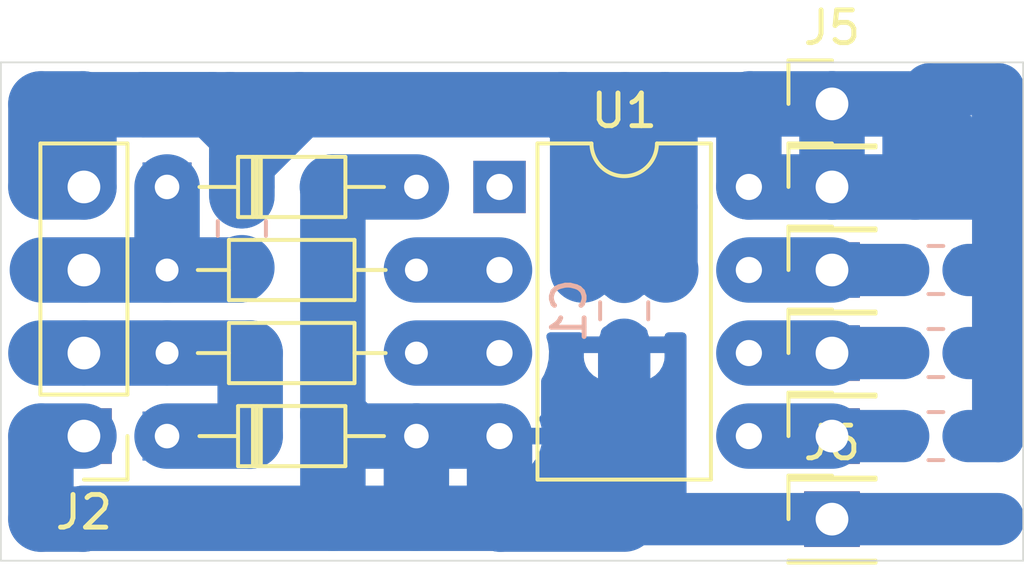
<source format=kicad_pcb>
(kicad_pcb (version 20211014) (generator pcbnew)
  (layers (0 "F.Cu" signal) (31 "B.Cu" signal) (34 "B.Paste" user) (35 "F.Paste" user) (36 "B.SilkS" user "B.Silkscreen") (37 "F.SilkS" user "F.Silkscreen") (38 "B.Mask" user) (39 "F.Mask" user) (44 "Edge.Cuts" user))
  (net 0 "")
  (net 1 "/USB_M")
  (net 2 "/PB3")
  (net 3 "/PB4")
  (net 4 "/PB0")
  (net 5 "/GND")
  (net 6 "/USB_P")
  (net 7 "/VCC")
  (net 8 "/PB2")
  (net 9 "/PB1")
  (net 10 "/PB5")
  (footprint "Resistor_THT:R_Axial_DIN0204_L3.6mm_D1.6mm_P7.62mm_Horizontal" (layer "F.Cu") (at 93.65 98.73 180)
    (fp_text reference "R1" hide)
    (fp_text value "68" hide)
    (fp_line (start 1.89 -0.92) (end 1.89 0.92) (layer "F.SilkS") (width 0.12))
    (fp_line (start 0.94 0) (end 1.89 0) (layer "F.SilkS") (width 0.12))
    (fp_line (start 5.73 -0.92) (end 1.89 -0.92) (layer "F.SilkS") (width 0.12))
    (fp_line (start 6.68 0) (end 5.73 0) (layer "F.SilkS") (width 0.12))
    (fp_line (start 5.73 0.92) (end 5.73 -0.92) (layer "F.SilkS") (width 0.12))
    (fp_line (start 1.89 0.92) (end 5.73 0.92) (layer "F.SilkS") (width 0.12))
    (pad "1" thru_hole circle locked (at 0 0 180) (size 1.4 1.4) (drill 0.7) (layers *.Cu *.Mask) (net 2 "/PB3"))
    (pad "2" thru_hole oval locked (at 7.62 0 180) (size 1.4 1.4) (drill 0.7) (layers *.Cu *.Mask) (net 1 "/USB_M"))
  )
  (footprint "Resistor_THT:R_Axial_DIN0204_L3.6mm_D1.6mm_P7.62mm_Horizontal" (layer "F.Cu") (at 93.65 101.27 180)
    (fp_text reference "R2" hide)
    (fp_text value "68" hide)
    (fp_line (start 1.89 -0.92) (end 1.89 0.92) (layer "F.SilkS") (width 0.12))
    (fp_line (start 6.68 0) (end 5.73 0) (layer "F.SilkS") (width 0.12))
    (fp_line (start 5.73 0.92) (end 5.73 -0.92) (layer "F.SilkS") (width 0.12))
    (fp_line (start 5.73 -0.92) (end 1.89 -0.92) (layer "F.SilkS") (width 0.12))
    (fp_line (start 1.89 0.92) (end 5.73 0.92) (layer "F.SilkS") (width 0.12))
    (fp_line (start 0.94 0) (end 1.89 0) (layer "F.SilkS") (width 0.12))
    (pad "1" thru_hole circle locked (at 0 0 180) (size 1.4 1.4) (drill 0.7) (layers *.Cu *.Mask) (net 3 "/PB4"))
    (pad "2" thru_hole oval locked (at 7.62 0 180) (size 1.4 1.4) (drill 0.7) (layers *.Cu *.Mask) (net 6 "/USB_P"))
  )
  (footprint "Diode_THT:D_DO-34_SOD68_P7.62mm_Horizontal" (layer "F.Cu") (at 86.03 96.19)
    (fp_text reference "D1" hide)
    (fp_text value "3.6V" hide)
    (fp_line (start 2.17 -0.92) (end 2.17 0.92) (layer "F.SilkS") (width 0.12))
    (fp_line (start 6.63 0) (end 5.45 0) (layer "F.SilkS") (width 0.12))
    (fp_line (start 5.45 -0.92) (end 2.17 -0.92) (layer "F.SilkS") (width 0.12))
    (fp_line (start 0.99 0) (end 2.17 0) (layer "F.SilkS") (width 0.12))
    (fp_line (start 2.17 0.92) (end 5.45 0.92) (layer "F.SilkS") (width 0.12))
    (fp_line (start 2.866 -0.92) (end 2.866 0.92) (layer "F.SilkS") (width 0.12))
    (fp_line (start 2.626 -0.92) (end 2.626 0.92) (layer "F.SilkS") (width 0.12))
    (fp_line (start 2.746 -0.92) (end 2.746 0.92) (layer "F.SilkS") (width 0.12))
    (fp_line (start 5.45 0.92) (end 5.45 -0.92) (layer "F.SilkS") (width 0.12))
    (pad "1" thru_hole rect locked (at 0 0) (size 1.5 1.5) (drill 0.75) (layers *.Cu *.Mask) (net 1 "/USB_M"))
    (pad "2" thru_hole oval locked (at 7.62 0) (size 1.5 1.5) (drill 0.75) (layers *.Cu *.Mask) (net 5 "/GND"))
  )
  (footprint "Diode_THT:D_DO-34_SOD68_P7.62mm_Horizontal" (layer "F.Cu") (at 86.03 103.81)
    (fp_text reference "D2" hide)
    (fp_text value "3.6V" hide)
    (fp_line (start 5.45 -0.92) (end 2.17 -0.92) (layer "F.SilkS") (width 0.12))
    (fp_line (start 2.626 -0.92) (end 2.626 0.92) (layer "F.SilkS") (width 0.12))
    (fp_line (start 2.866 -0.92) (end 2.866 0.92) (layer "F.SilkS") (width 0.12))
    (fp_line (start 5.45 0.92) (end 5.45 -0.92) (layer "F.SilkS") (width 0.12))
    (fp_line (start 2.746 -0.92) (end 2.746 0.92) (layer "F.SilkS") (width 0.12))
    (fp_line (start 0.99 0) (end 2.17 0) (layer "F.SilkS") (width 0.12))
    (fp_line (start 2.17 0.92) (end 5.45 0.92) (layer "F.SilkS") (width 0.12))
    (fp_line (start 6.63 0) (end 5.45 0) (layer "F.SilkS") (width 0.12))
    (fp_line (start 2.17 -0.92) (end 2.17 0.92) (layer "F.SilkS") (width 0.12))
    (pad "1" thru_hole rect locked (at 0 0) (size 1.5 1.5) (drill 0.75) (layers *.Cu *.Mask) (net 6 "/USB_P"))
    (pad "2" thru_hole oval locked (at 7.62 0) (size 1.5 1.5) (drill 0.75) (layers *.Cu *.Mask) (net 5 "/GND"))
  )
  (footprint "Connector_PinHeader_2.54mm:PinHeader_1x04_P2.54mm_Vertical" (layer "F.Cu") (at 83.49 103.81 180)
    (fp_text reference "J2" (at 0 -2.33) (layer "F.SilkS"))
    (fp_text value "Conn_01x04_Male" hide)
    (fp_line (start 1.33 1.27) (end 1.33 8.95) (layer "F.SilkS") (width 0.12))
    (fp_line (start -1.33 1.27) (end -1.33 8.95) (layer "F.SilkS") (width 0.12))
    (fp_line (start -1.33 0) (end -1.33 -1.33) (layer "F.SilkS") (width 0.12))
    (fp_line (start -1.33 1.27) (end 1.33 1.27) (layer "F.SilkS") (width 0.12))
    (fp_line (start -1.33 8.95) (end 1.33 8.95) (layer "F.SilkS") (width 0.12))
    (fp_line (start -1.33 -1.33) (end 0 -1.33) (layer "F.SilkS") (width 0.12))
    (pad "1" thru_hole rect locked (at 0 0 180) (size 1.7 1.7) (drill 1) (layers *.Cu *.Mask) (net 5 "/GND"))
    (pad "2" thru_hole oval locked (at 0 2.54 180) (size 1.7 1.7) (drill 1) (layers *.Cu *.Mask) (net 6 "/USB_P"))
    (pad "3" thru_hole oval locked (at 0 5.08 180) (size 1.7 1.7) (drill 1) (layers *.Cu *.Mask) (net 1 "/USB_M"))
    (pad "4" thru_hole oval locked (at 0 7.62 180) (size 1.7 1.7) (drill 1) (layers *.Cu *.Mask) (net 7 "/VCC"))
  )
  (footprint "Connector_PinHeader_2.54mm:PinHeader_1x01_P2.54mm_Vertical" (layer "F.Cu") (at 106.35 96.19)
    (fp_text reference "J3" hide)
    (fp_text value "Conn_01x01_Male" hide)
    (fp_line (start -1.33 1.27) (end 1.33 1.27) (layer "F.SilkS") (width 0.12))
    (fp_line (start 1.33 1.27) (end 1.33 1.33) (layer "F.SilkS") (width 0.12))
    (fp_line (start -1.33 1.27) (end -1.33 1.33) (layer "F.SilkS") (width 0.12))
    (fp_line (start -1.33 0) (end -1.33 -1.33) (layer "F.SilkS") (width 0.12))
    (fp_line (start -1.33 1.33) (end 1.33 1.33) (layer "F.SilkS") (width 0.12))
    (fp_line (start -1.33 -1.33) (end 0 -1.33) (layer "F.SilkS") (width 0.12))
    (pad "1" thru_hole rect locked (at 0 0) (size 1.7 1.7) (drill 1) (layers *.Cu *.Mask) (net 7 "/VCC"))
  )
  (footprint "Connector_PinHeader_2.54mm:PinHeader_1x01_P2.54mm_Vertical" (layer "F.Cu") (at 106.35 93.65)
    (fp_text reference "J5" (at 0 -2.33) (layer "F.SilkS"))
    (fp_text value "Conn_01x01_Male" hide)
    (fp_line (start -1.33 -1.33) (end 0 -1.33) (layer "F.SilkS") (width 0.12))
    (fp_line (start -1.33 1.27) (end 1.33 1.27) (layer "F.SilkS") (width 0.12))
    (fp_line (start -1.33 1.27) (end -1.33 1.33) (layer "F.SilkS") (width 0.12))
    (fp_line (start 1.33 1.27) (end 1.33 1.33) (layer "F.SilkS") (width 0.12))
    (fp_line (start -1.33 0) (end -1.33 -1.33) (layer "F.SilkS") (width 0.12))
    (fp_line (start -1.33 1.33) (end 1.33 1.33) (layer "F.SilkS") (width 0.12))
    (pad "1" thru_hole rect locked (at 0 0) (size 1.7 1.7) (drill 1) (layers *.Cu *.Mask) (net 7 "/VCC"))
  )
  (footprint "Connector_PinHeader_2.54mm:PinHeader_1x01_P2.54mm_Vertical" (layer "F.Cu") (at 106.35 106.35)
    (fp_text reference "J6" (at 0 -2.33) (layer "F.SilkS"))
    (fp_text value "Conn_01x01_Male" hide)
    (fp_line (start -1.33 -1.33) (end 0 -1.33) (layer "F.SilkS") (width 0.12))
    (fp_line (start -1.33 1.33) (end 1.33 1.33) (layer "F.SilkS") (width 0.12))
    (fp_line (start 1.33 1.27) (end 1.33 1.33) (layer "F.SilkS") (width 0.12))
    (fp_line (start -1.33 1.27) (end 1.33 1.27) (layer "F.SilkS") (width 0.12))
    (fp_line (start -1.33 0) (end -1.33 -1.33) (layer "F.SilkS") (width 0.12))
    (fp_line (start -1.33 1.27) (end -1.33 1.33) (layer "F.SilkS") (width 0.12))
    (pad "1" thru_hole rect locked (at 0 0) (size 1.7 1.7) (drill 1) (layers *.Cu *.Mask) (net 5 "/GND"))
  )
  (footprint "Package_DIP:DIP-8_W7.62mm" (layer "F.Cu") (at 96.19 96.19)
    (fp_text reference "U1" (at 3.81 -2.33) (layer "F.SilkS"))
    (fp_text value "ATtiny85-20PU" hide)
    (fp_line (start 6.46 -1.33) (end 4.81 -1.33) (layer "F.SilkS") (width 0.12))
    (fp_line (start 6.46 8.95) (end 6.46 -1.33) (layer "F.SilkS") (width 0.12))
    (fp_line (start 2.81 -1.33) (end 1.16 -1.33) (layer "F.SilkS") (width 0.12))
    (fp_line (start 1.16 -1.33) (end 1.16 8.95) (layer "F.SilkS") (width 0.12))
    (fp_line (start 1.16 8.95) (end 6.46 8.95) (layer "F.SilkS") (width 0.12))
    (fp_arc (start 4.81 -1.33) (mid 3.81 -0.33) (end 2.81 -1.33) (layer "F.SilkS") (width 0.12))
    (pad "1" thru_hole rect locked (at 0 0) (size 1.6 1.6) (drill 0.8) (layers *.Cu *.Mask) (net 10 "/PB5"))
    (pad "2" thru_hole oval locked (at 0 2.54) (size 1.6 1.6) (drill 0.8) (layers *.Cu *.Mask) (net 2 "/PB3"))
    (pad "3" thru_hole oval locked (at 0 5.08) (size 1.6 1.6) (drill 0.8) (layers *.Cu *.Mask) (net 3 "/PB4"))
    (pad "4" thru_hole oval locked (at 0 7.62) (size 1.6 1.6) (drill 0.8) (layers *.Cu *.Mask) (net 5 "/GND"))
    (pad "5" thru_hole oval locked (at 7.62 7.62) (size 1.6 1.6) (drill 0.8) (layers *.Cu *.Mask) (net 4 "/PB0"))
    (pad "6" thru_hole oval locked (at 7.62 5.08) (size 1.6 1.6) (drill 0.8) (layers *.Cu *.Mask) (net 9 "/PB1"))
    (pad "7" thru_hole oval locked (at 7.62 2.54) (size 1.6 1.6) (drill 0.8) (layers *.Cu *.Mask) (net 8 "/PB2"))
    (pad "8" thru_hole oval locked (at 7.62 0) (size 1.6 1.6) (drill 0.8) (layers *.Cu *.Mask) (net 7 "/VCC"))
  )
  (footprint "Connector_PinHeader_2.54mm:PinHeader_1x01_P2.54mm_Vertical" (layer "F.Cu") (at 106.35 98.73)
    (fp_text reference "J7" hide)
    (fp_text value "Conn_01x01_Male" hide)
    (fp_line (start 1.33 1.27) (end 1.33 1.33) (layer "F.SilkS") (width 0.12))
    (fp_line (start -1.33 -1.33) (end 0 -1.33) (layer "F.SilkS") (width 0.12))
    (fp_line (start -1.33 1.27) (end 1.33 1.27) (layer "F.SilkS") (width 0.12))
    (fp_line (start -1.33 0) (end -1.33 -1.33) (layer "F.SilkS") (width 0.12))
    (fp_line (start -1.33 1.33) (end 1.33 1.33) (layer "F.SilkS") (width 0.12))
    (fp_line (start -1.33 1.27) (end -1.33 1.33) (layer "F.SilkS") (width 0.12))
    (pad "1" thru_hole rect (at 0 0) (size 1.7 1.7) (drill 1) (layers *.Cu *.Mask) (net 8 "/PB2"))
  )
  (footprint "Connector_PinHeader_2.54mm:PinHeader_1x01_P2.54mm_Vertical" (layer "F.Cu") (at 106.35 101.27)
    (fp_text reference "J4" hide)
    (fp_text value "Conn_01x01_Male" hide)
    (fp_line (start -1.33 -1.33) (end 0 -1.33) (layer "F.SilkS") (width 0.12))
    (fp_line (start 1.33 1.27) (end 1.33 1.33) (layer "F.SilkS") (width 0.12))
    (fp_line (start -1.33 1.27) (end 1.33 1.27) (layer "F.SilkS") (width 0.12))
    (fp_line (start -1.33 1.27) (end -1.33 1.33) (layer "F.SilkS") (width 0.12))
    (fp_line (start -1.33 1.33) (end 1.33 1.33) (layer "F.SilkS") (width 0.12))
    (fp_line (start -1.33 0) (end -1.33 -1.33) (layer "F.SilkS") (width 0.12))
    (pad "1" thru_hole rect (at 0 0) (size 1.7 1.7) (drill 1) (layers *.Cu *.Mask) (net 9 "/PB1"))
  )
  (footprint "Connector_PinHeader_2.54mm:PinHeader_1x01_P2.54mm_Vertical" (layer "F.Cu") (at 106.35 103.81)
    (fp_text reference "J1" hide)
    (fp_text value "Conn_01x01_Male" hide)
    (fp_line (start -1.33 -1.33) (end 0 -1.33) (layer "F.SilkS") (width 0.12))
    (fp_line (start -1.33 0) (end -1.33 -1.33) (layer "F.SilkS") (width 0.12))
    (fp_line (start -1.33 1.27) (end -1.33 1.33) (layer "F.SilkS") (width 0.12))
    (fp_line (start 1.33 1.27) (end 1.33 1.33) (layer "F.SilkS") (width 0.12))
    (fp_line (start -1.33 1.27) (end 1.33 1.27) (layer "F.SilkS") (width 0.12))
    (fp_line (start -1.33 1.33) (end 1.33 1.33) (layer "F.SilkS") (width 0.12))
    (pad "1" thru_hole rect (at 0 0) (size 1.7 1.7) (drill 1) (layers *.Cu *.Mask) (net 4 "/PB0"))
  )
  (footprint "Resistor_SMD:R_0805_2012Metric_Pad1.20x1.40mm_HandSolder" (layer "B.Cu") (at 88.316 97.46 -90)
    (fp_text reference "R3" hide)
    (fp_text value "2.2K" hide)
    (fp_line (start -0.227064 0.735) (end 0.227064 0.735) (layer "B.SilkS") (width 0.12))
    (fp_line (start -0.227064 -0.735) (end 0.227064 -0.735) (layer "B.SilkS") (width 0.12))
    (pad "1" smd roundrect locked (at -1 0 270) (size 1.2 1.4) (layers "B.Cu" "B.Paste" "B.Mask") (roundrect_rratio 0.2083333333) (net 7 "/VCC"))
    (pad "2" smd roundrect locked (at 1 0 270) (size 1.2 1.4) (layers "B.Cu" "B.Paste" "B.Mask") (roundrect_rratio 0.2083333333) (net 1 "/USB_M"))
  )
  (footprint "Capacitor_SMD:C_0805_2012Metric_Pad1.18x1.45mm_HandSolder" (layer "B.Cu") (at 100 99.9785 -90)
    (fp_text reference "C1" (at 0 1.68 90) (layer "B.SilkS") (effects (justify mirror)))
    (fp_text value "0.1")
    (fp_line (start -0.261252 0.735) (end 0.261252 0.735) (layer "B.SilkS") (width 0.12))
    (fp_line (start -0.261252 -0.735) (end 0.261252 -0.735) (layer "B.SilkS") (width 0.12))
    (pad "1" smd roundrect locked (at -1.0375 0 270) (size 1.175 1.45) (layers "B.Cu" "B.Paste" "B.Mask") (roundrect_rratio 0.2127659574) (net 7 "/VCC"))
    (pad "2" smd roundrect locked (at 1.0375 0 270) (size 1.175 1.45) (layers "B.Cu" "B.Paste" "B.Mask") (roundrect_rratio 0.2127659574) (net 5 "/GND"))
  )
  (footprint "Resistor_SMD:R_0805_2012Metric_Pad1.20x1.40mm_HandSolder" (layer "B.Cu") (at 109.525 101.27)
    (fp_text reference "R8" hide)
    (fp_text value "4.7K" hide)
    (fp_line (start -0.227064 -0.735) (end 0.227064 -0.735) (layer "B.SilkS") (width 0.12))
    (fp_line (start -0.227064 0.735) (end 0.227064 0.735) (layer "B.SilkS") (width 0.12))
    (pad "1" smd roundrect (at -1 0) (size 1.2 1.4) (layers "B.Cu" "B.Paste" "B.Mask") (roundrect_rratio 0.2083333333) (net 9 "/PB1"))
    (pad "2" smd roundrect (at 1 0) (size 1.2 1.4) (layers "B.Cu" "B.Paste" "B.Mask") (roundrect_rratio 0.2083333333) (net 7 "/VCC"))
  )
  (footprint "Resistor_SMD:R_0805_2012Metric_Pad1.20x1.40mm_HandSolder" (layer "B.Cu") (at 109.525 103.81)
    (fp_text reference "R7" hide)
    (fp_text value "4.7K" hide)
    (fp_line (start -0.227064 -0.735) (end 0.227064 -0.735) (layer "B.SilkS") (width 0.12))
    (fp_line (start -0.227064 0.735) (end 0.227064 0.735) (layer "B.SilkS") (width 0.12))
    (pad "1" smd roundrect (at -1 0) (size 1.2 1.4) (layers "B.Cu" "B.Paste" "B.Mask") (roundrect_rratio 0.2083333333) (net 4 "/PB0"))
    (pad "2" smd roundrect (at 1 0) (size 1.2 1.4) (layers "B.Cu" "B.Paste" "B.Mask") (roundrect_rratio 0.2083333333) (net 7 "/VCC"))
  )
  (footprint "Resistor_SMD:R_0805_2012Metric_Pad1.20x1.40mm_HandSolder" (layer "B.Cu") (at 109.525 98.73)
    (fp_text reference "R9" hide)
    (fp_text value "4.7K" hide)
    (fp_line (start -0.227064 0.735) (end 0.227064 0.735) (layer "B.SilkS") (width 0.12))
    (fp_line (start -0.227064 -0.735) (end 0.227064 -0.735) (layer "B.SilkS") (width 0.12))
    (pad "1" smd roundrect (at -1 0) (size 1.2 1.4) (layers "B.Cu" "B.Paste" "B.Mask") (roundrect_rratio 0.2083333333) (net 8 "/PB2"))
    (pad "2" smd roundrect (at 1 0) (size 1.2 1.4) (layers "B.Cu" "B.Paste" "B.Mask") (roundrect_rratio 0.2083333333) (net 7 "/VCC"))
  )
  (gr_line (start 80.95 92.38) (end 80.95 107.62) (layer "Edge.Cuts") (width 0.05))
  (gr_line (start 112.192 92.38) (end 112.192 107.62) (layer "Edge.Cuts") (width 0.05))
  (gr_line (start 80.95 92.38) (end 112.192 92.38) (layer "Edge.Cuts") (width 0.05))
  (gr_line (start 112.192 107.62) (end 80.95 107.62) (layer "Edge.Cuts") (width 0.05))
  (segment (start 86.03 98.73) (end 88.24552 98.73) (width 2) (layer "B.Cu") (net 1))
  (segment (start 83.49 98.73) (end 86.03 98.73) (width 2) (layer "B.Cu") (net 1))
  (segment (start 83.49 98.73) (end 82.22 98.73) (width 2) (layer "B.Cu") (net 1))
  (segment (start 86.03 98.73) (end 86.03 96.19) (width 2) (layer "B.Cu") (net 1))
  (segment (start 88.24552 98.73) (end 88.316 98.65952) (width 2) (layer "B.Cu") (net 1))
  (segment (start 96.19 98.73) (end 93.65 98.73) (width 2) (layer "B.Cu") (net 2))
  (segment (start 96.19 101.27) (end 93.65 101.27) (width 2) (layer "B.Cu") (net 3))
  (segment (start 108.525 103.81) (end 106.35 103.81) (width 1.6) (layer "B.Cu") (net 4))
  (segment (start 106.35 103.81) (end 103.81 103.81) (width 2) (layer "B.Cu") (net 4))
  (segment (start 96.19 103.81) (end 96.19 106.3246) (width 2) (layer "B.Cu") (net 5))
  (segment (start 91.745 103.81) (end 91.0973 103.1623) (width 2) (layer "B.Cu") (net 5))
  (segment (start 93.65 103.81) (end 93.65 106.2992) (width 2) (layer "B.Cu") (net 5))
  (segment (start 100 101.016) (end 100 106.35) (width 1.6) (layer "B.Cu") (net 5))
  (segment (start 91.0846 96.19) (end 91.0973 96.2027) (width 2) (layer "B.Cu") (net 5))
  (segment (start 83.4646 106.35) (end 83.49 106.3246) (width 2) (layer "B.Cu") (net 5))
  (segment (start 106.35 106.35) (end 111.43 106.35) (width 1.6) (layer "B.Cu") (net 5))
  (segment (start 91.0973 106.3246) (end 83.49 106.3246) (width 2) (layer "B.Cu") (net 5))
  (segment (start 93.65 103.81) (end 96.19 103.81) (width 2) (layer "B.Cu") (net 5))
  (segment (start 82.17501 103.81) (end 82.17501 106.35) (width 2) (layer "B.Cu") (net 5))
  (segment (start 93.6246 106.3246) (end 91.0973 106.3246) (width 2) (layer "B.Cu") (net 5))
  (segment (start 91.0973 96.2027) (end 91.0973 103.1623) (width 2) (layer "B.Cu") (net 5))
  (segment (start 100 106.35) (end 106.35 106.35) (width 1.6) (layer "B.Cu") (net 5))
  (segment (start 93.65 103.81) (end 91.745 103.81) (width 2) (layer "B.Cu") (net 5))
  (segment (start 93.65 106.2992) (end 93.6246 106.3246) (width 2) (layer "B.Cu") (net 5))
  (segment (start 93.65 96.19) (end 91.0846 96.19) (width 2) (layer "B.Cu") (net 5))
  (segment (start 100 106.35) (end 96.2154 106.35) (width 2) (layer "B.Cu") (net 5))
  (segment (start 91.0973 103.1623) (end 91.0973 106.3246) (width 2) (layer "B.Cu") (net 5))
  (segment (start 82.17501 106.35) (end 83.4646 106.35) (width 2) (layer "B.Cu") (net 5))
  (segment (start 96.19 106.3246) (end 93.6246 106.3246) (width 2) (layer "B.Cu") (net 5))
  (segment (start 96.2154 106.35) (end 96.19 106.3246) (width 2) (layer "B.Cu") (net 5))
  (segment (start 83.49 103.81) (end 82.17501 103.81) (width 2) (layer "B.Cu") (net 5))
  (segment (start 88.57 101.27) (end 88.57 103.81) (width 2) (layer "B.Cu") (net 6))
  (segment (start 86.03 101.27) (end 88.57 101.27) (width 2) (layer "B.Cu") (net 6))
  (segment (start 83.49 101.27) (end 82.17501 101.27) (width 2) (layer "B.Cu") (net 6))
  (segment (start 88.57 103.81) (end 86.03 103.81) (width 2) (layer "B.Cu") (net 6))
  (segment (start 83.49 101.27) (end 86.03 101.27) (width 2) (layer "B.Cu") (net 6))
  (segment (start 111.43 103.81) (end 111.43 93.20452) (width 1.6) (layer "B.Cu") (net 7))
  (segment (start 106.35 93.65) (end 103.8354 93.65) (width 2) (layer "B.Cu") (net 7))
  (segment (start 110.795 95.555) (end 110.16 94.92) (width 2) (layer "B.Cu") (net 7))
  (segment (start 100 93.7008) (end 100.0254 93.6754) (width 1.6) (layer "B.Cu") (net 7))
  (segment (start 82.17501 96.19) (end 82.17501 93.65) (width 2) (layer "B.Cu") (net 7))
  (segment (start 88.316 96.19) (end 88.316 94.031) (width 2) (layer "B.Cu") (net 7))
  (segment (start 88.316 95.428) (end 90.0686 93.6754) (width 2) (layer "B.Cu") (net 7))
  (segment (start 85.2934 93.6754) (end 83.49 93.6754) (width 2) (layer "B.Cu") (net 7))
  (segment (start 101.2446 93.6754) (end 100.0254 93.6754) (width 2) (layer "B.Cu") (net 7))
  (segment (start 106.35 96.19) (end 103.81 96.19) (width 2) (layer "B.Cu") (net 7))
  (segment (start 98.73 94.285) (end 98.73 98.73) (width 2) (layer "B.Cu") (net 7))
  (segment (start 110.525 103.81) (end 111.43 103.81) (width 1.6) (layer "B.Cu") (net 7))
  (segment (start 101.2446 93.6754) (end 101.2446 96.7996) (width 2) (layer "B.Cu") (net 7))
  (segment (start 106.35 96.19) (end 106.35 93.65) (width 2) (layer "B.Cu") (net 7))
  (segment (start 103.81 96.19) (end 103.81 93.6754) (width 2) (layer "B.Cu") (net 7))
  (segment (start 88.316 94.031) (end 87.9604 93.6754) (width 2) (layer "B.Cu") (net 7))
  (segment (start 83.49 93.6754) (end 83.4646 93.65) (width 2) (layer "B.Cu") (net 7))
  (segment (start 103.8354 93.65) (end 103.81 93.6754) (width 2) (layer "B.Cu") (net 7))
  (segment (start 106.35 96.19) (end 108.89 96.19) (width 2) (layer "B.Cu") (net 7))
  (segment (start 90.0686 93.6754) (end 87.9604 93.6754) (width 2) (layer "B.Cu") (net 7))
  (segment (start 110.525 101.27) (end 111.43 101.27) (width 1.6) (layer "B.Cu") (net 7))
  (segment (start 100.0254 93.6754) (end 98.1204 93.6754) (width 2) (layer "B.Cu") (net 7))
  (segment (start 110.795 96.19) (end 110.795 95.555) (width 2) (layer "B.Cu") (net 7))
  (segment (start 98.1204 93.6754) (end 98.73 94.285) (width 2) (layer "B.Cu") (net 7))
  (segment (start 98.1204 93.6754) (end 90.0686 93.6754) (width 2) (layer "B.Cu") (net 7))
  (segment (start 110.525 98.73) (end 111.43 98.73) (width 1.6) (layer "B.Cu") (net 7))
  (segment (start 85.2934 93.6754) (end 87.414422 93.6754) (width 2) (layer "B.Cu") (net 7))
  (segment (start 88.316 96.46) (end 88.316 96.19) (width 2) (layer "B.Cu") (net 7))
  (segment (start 100 98.941) (end 100 93.7008) (width 1.6) (layer "B.Cu") (net 7))
  (segment (start 111.43 93.20452) (end 109.33548 93.20452) (width 1.6) (layer "B.Cu") (net 7))
  (segment (start 101.2446 98.7046) (end 101.27 98.73) (width 2) (layer "B.Cu") (net 7))
  (segment (start 87.9604 93.6754) (end 85.2934 93.6754) (width 2) (layer "B.Cu") (net 7))
  (segment (start 82.17501 93.65) (end 83.4646 93.65) (width 2) (layer "B.Cu") (net 7))
  (segment (start 103.81 93.6754) (end 101.2446 93.6754) (width 2) (layer "B.Cu") (net 7))
  (segment (start 83.49 96.19) (end 82.17501 96.19) (width 2) (layer "B.Cu") (net 7))
  (segment (start 108.89 96.19) (end 108.89 93.65) (width 2) (layer "B.Cu") (net 7))
  (segment (start 87.414422 93.6754) (end 88.316 94.576978) (width 2) (layer "B.Cu") (net 7))
  (segment (start 88.316 94.576978) (end 88.316 96.19) (width 2) (layer "B.Cu") (net 7))
  (segment (start 83.49 96.19) (end 83.49 93.6754) (width 2) (layer "B.Cu") (net 7))
  (segment (start 109.33548 93.20452) (end 108.89 93.65) (width 1.6) (layer "B.Cu") (net 7))
  (segment (start 101.2446 96.7996) (end 101.2446 98.7046) (width 2) (layer "B.Cu") (net 7))
  (segment (start 88.316 96.46) (end 88.316 95.428) (width 2) (layer "B.Cu") (net 7))
  (segment (start 108.89 93.65) (end 106.35 93.65) (width 2) (layer "B.Cu") (net 7))
  (segment (start 108.89 96.19) (end 110.795 96.19) (width 2) (layer "B.Cu") (net 7))
  (segment (start 108.525 98.73) (end 106.35 98.73) (width 1.6) (layer "B.Cu") (net 8))
  (segment (start 106.35 98.73) (end 103.81 98.73) (width 2) (layer "B.Cu") (net 8))
  (segment (start 108.525 101.27) (end 106.35 101.27) (width 1.6) (layer "B.Cu") (net 9))
  (segment (start 106.35 101.27) (end 103.81 101.27) (width 2) (layer "B.Cu") (net 9))
  (zone (net 5) (net_name "/GND") (layer "B.Cu") (connect_pads (clearance 0.508)) (min_thickness 0.254) (fill yes (thermal_gap 0.508) (thermal_bridge_width 0.508))
    (polygon (pts (xy 101.905 107.62) (xy 96.19 107.62) (xy 96.19 103.175) (xy 97.46 103.175) (xy 97.46 100.635) (xy 101.905 100.635)))
  )
)
</source>
